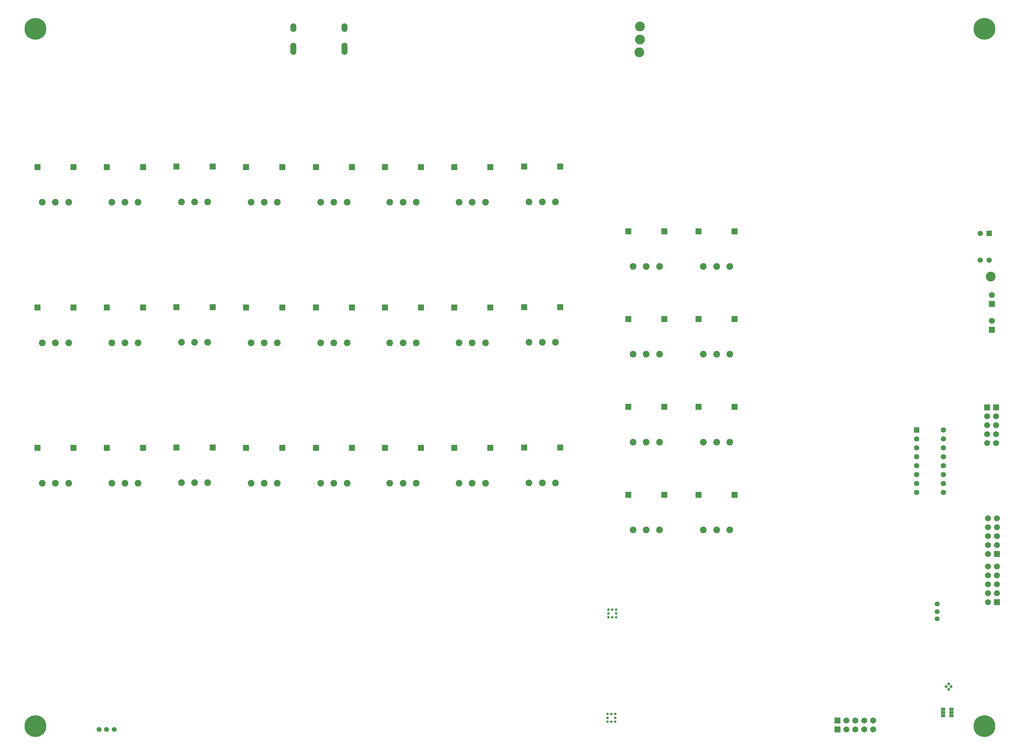
<source format=gbs>
G04*
G04 #@! TF.GenerationSoftware,Altium Limited,Altium Designer,20.1.12 (249)*
G04*
G04 Layer_Color=16711935*
%FSLAX25Y25*%
%MOIN*%
G70*
G04*
G04 #@! TF.SameCoordinates,4A7F9F3E-6CFA-4FBA-8C7F-EFD49E1ADEB1*
G04*
G04*
G04 #@! TF.FilePolarity,Negative*
G04*
G01*
G75*
%ADD52R,0.05918X0.05918*%
%ADD53C,0.05918*%
%ADD54R,0.05918X0.05918*%
%ADD55C,0.07493*%
%ADD57C,0.06706*%
%ADD58R,0.06706X0.06706*%
%ADD59R,0.06706X0.06706*%
%ADD60C,0.05524*%
%ADD61C,0.11000*%
%ADD62O,0.06706X0.09855*%
%ADD63O,0.06706X0.13792*%
%ADD64C,0.03162*%
%ADD65C,0.24422*%
%ADD66C,0.02769*%
%ADD118R,0.05131X0.03359*%
%ADD119R,0.06800X0.06800*%
D52*
X1322500Y393500D02*
D03*
D53*
Y383500D02*
D03*
Y373500D02*
D03*
Y363500D02*
D03*
Y353500D02*
D03*
Y343500D02*
D03*
Y333500D02*
D03*
Y323500D02*
D03*
X1352500Y393500D02*
D03*
Y383500D02*
D03*
Y373500D02*
D03*
Y363500D02*
D03*
Y353500D02*
D03*
Y343500D02*
D03*
Y333500D02*
D03*
Y323500D02*
D03*
X1394000Y584000D02*
D03*
X1404000D02*
D03*
X1394000Y614000D02*
D03*
D54*
X1404000D02*
D03*
D55*
X343000Y334000D02*
D03*
X372528D02*
D03*
X357764D02*
D03*
X732402D02*
D03*
X761929D02*
D03*
X747165D02*
D03*
X810000D02*
D03*
X839528D02*
D03*
X824764D02*
D03*
X888402Y334429D02*
D03*
X917929D02*
D03*
X903165D02*
D03*
X420902Y334000D02*
D03*
X450429D02*
D03*
X435665D02*
D03*
X498902Y334500D02*
D03*
X528429D02*
D03*
X513665D02*
D03*
X576902Y334000D02*
D03*
X606429D02*
D03*
X591665D02*
D03*
X655000Y334000D02*
D03*
X684528D02*
D03*
X669764D02*
D03*
X343000Y491480D02*
D03*
X372528D02*
D03*
X357764D02*
D03*
X732402D02*
D03*
X761929D02*
D03*
X747165D02*
D03*
X810000D02*
D03*
X839528D02*
D03*
X824764D02*
D03*
X888402Y491910D02*
D03*
X917929D02*
D03*
X903165D02*
D03*
X420902Y491480D02*
D03*
X450429D02*
D03*
X435665D02*
D03*
X498902Y491980D02*
D03*
X528429D02*
D03*
X513665D02*
D03*
X576902Y491480D02*
D03*
X606429D02*
D03*
X591665D02*
D03*
X655000Y491480D02*
D03*
X684528D02*
D03*
X669764D02*
D03*
X343000Y648961D02*
D03*
X372528D02*
D03*
X357764D02*
D03*
X732402D02*
D03*
X761929D02*
D03*
X747165D02*
D03*
X810000D02*
D03*
X839528D02*
D03*
X824764D02*
D03*
X888402Y649390D02*
D03*
X917929D02*
D03*
X903165D02*
D03*
X420902Y648961D02*
D03*
X450429D02*
D03*
X435665D02*
D03*
X498902Y649461D02*
D03*
X528429D02*
D03*
X513665D02*
D03*
X576902Y648961D02*
D03*
X606429D02*
D03*
X591665D02*
D03*
X655000Y648961D02*
D03*
X684528D02*
D03*
X669764D02*
D03*
X1083740Y281650D02*
D03*
X1113268D02*
D03*
X1098504D02*
D03*
X1083740Y478500D02*
D03*
X1113268D02*
D03*
X1098504D02*
D03*
X1005000Y281650D02*
D03*
X1034528D02*
D03*
X1019764D02*
D03*
X1005000Y478500D02*
D03*
X1034528D02*
D03*
X1019764D02*
D03*
X1083740Y380075D02*
D03*
X1113268D02*
D03*
X1098504D02*
D03*
X1083740Y576925D02*
D03*
X1113268D02*
D03*
X1098504D02*
D03*
X1005000Y380075D02*
D03*
X1034528D02*
D03*
X1019764D02*
D03*
X1005000Y576925D02*
D03*
X1034528D02*
D03*
X1019764D02*
D03*
D57*
X1407000Y516000D02*
D03*
X1401500Y389000D02*
D03*
Y399000D02*
D03*
Y409000D02*
D03*
Y379000D02*
D03*
X1411500D02*
D03*
Y409000D02*
D03*
Y399000D02*
D03*
Y389000D02*
D03*
X1264000Y58000D02*
D03*
X1254000D02*
D03*
X1244000D02*
D03*
X1274000D02*
D03*
Y68000D02*
D03*
X1244000D02*
D03*
X1254000D02*
D03*
X1264000D02*
D03*
X1407000Y545000D02*
D03*
X1402500Y200500D02*
D03*
X1412500Y210500D02*
D03*
X1402500D02*
D03*
X1412500Y220500D02*
D03*
X1402500D02*
D03*
X1412500Y230500D02*
D03*
X1402500D02*
D03*
X1412500Y240500D02*
D03*
X1402500D02*
D03*
Y254500D02*
D03*
X1412500Y264500D02*
D03*
X1402500D02*
D03*
X1412500Y274500D02*
D03*
X1402500D02*
D03*
X1412500Y284500D02*
D03*
X1402500D02*
D03*
X1412500Y294500D02*
D03*
X1402500D02*
D03*
D58*
X1407000Y506000D02*
D03*
X1401500Y419000D02*
D03*
X1411500D02*
D03*
X1407000Y535000D02*
D03*
D59*
X1234000Y58000D02*
D03*
Y68000D02*
D03*
X1412500Y200500D02*
D03*
Y254500D02*
D03*
D60*
X423500Y58000D02*
D03*
X415000D02*
D03*
X406500D02*
D03*
X1345500Y198500D02*
D03*
Y190000D02*
D03*
Y182000D02*
D03*
D61*
X1012500Y845827D02*
D03*
Y831327D02*
D03*
X1012000Y816827D02*
D03*
X1405500Y565500D02*
D03*
D62*
X681500Y844500D02*
D03*
X624413D02*
D03*
D63*
X681500Y821035D02*
D03*
X624413D02*
D03*
D64*
X1361480Y105929D02*
D03*
X1355575D02*
D03*
X1358527Y108881D02*
D03*
Y102976D02*
D03*
D65*
X335185Y843315D02*
D03*
X1398815D02*
D03*
X335185Y61685D02*
D03*
X1398815D02*
D03*
D66*
X977169Y183669D02*
D03*
Y188000D02*
D03*
Y192331D02*
D03*
X981500Y183669D02*
D03*
Y192331D02*
D03*
X985831Y183669D02*
D03*
Y188000D02*
D03*
Y192331D02*
D03*
X976169Y66500D02*
D03*
Y70831D02*
D03*
Y75161D02*
D03*
X980500Y66500D02*
D03*
Y75161D02*
D03*
X984831Y66500D02*
D03*
Y70831D02*
D03*
Y75161D02*
D03*
D118*
X1361724Y80740D02*
D03*
Y77000D02*
D03*
Y73260D02*
D03*
X1352276D02*
D03*
Y77000D02*
D03*
Y80740D02*
D03*
D119*
X337500Y373500D02*
D03*
X378028D02*
D03*
X726902D02*
D03*
X767429D02*
D03*
X804500D02*
D03*
X845028D02*
D03*
X882902Y373929D02*
D03*
X923429D02*
D03*
X415402Y373500D02*
D03*
X455929D02*
D03*
X493402Y374000D02*
D03*
X533929D02*
D03*
X571402Y373500D02*
D03*
X611929D02*
D03*
X649500Y373500D02*
D03*
X690028D02*
D03*
X337500Y530980D02*
D03*
X378028D02*
D03*
X726902D02*
D03*
X767429D02*
D03*
X804500D02*
D03*
X845028D02*
D03*
X882902Y531410D02*
D03*
X923429D02*
D03*
X415402Y530980D02*
D03*
X455929D02*
D03*
X493402Y531480D02*
D03*
X533929D02*
D03*
X571402Y530980D02*
D03*
X611929D02*
D03*
X649500Y530980D02*
D03*
X690028D02*
D03*
X337500Y688461D02*
D03*
X378028D02*
D03*
X726902D02*
D03*
X767429D02*
D03*
X804500D02*
D03*
X845028D02*
D03*
X882902Y688890D02*
D03*
X923429D02*
D03*
X415402Y688461D02*
D03*
X455929D02*
D03*
X493402Y688961D02*
D03*
X533929D02*
D03*
X571402Y688461D02*
D03*
X611929D02*
D03*
X649500Y688461D02*
D03*
X690028D02*
D03*
X1078240Y321150D02*
D03*
X1118768D02*
D03*
X1078240Y518000D02*
D03*
X1118768D02*
D03*
X999500Y321150D02*
D03*
X1040028D02*
D03*
X999500Y518000D02*
D03*
X1040028D02*
D03*
X1078240Y419575D02*
D03*
X1118768D02*
D03*
X1078240Y616425D02*
D03*
X1118768D02*
D03*
X999500Y419575D02*
D03*
X1040028D02*
D03*
X999500Y616425D02*
D03*
X1040028D02*
D03*
M02*

</source>
